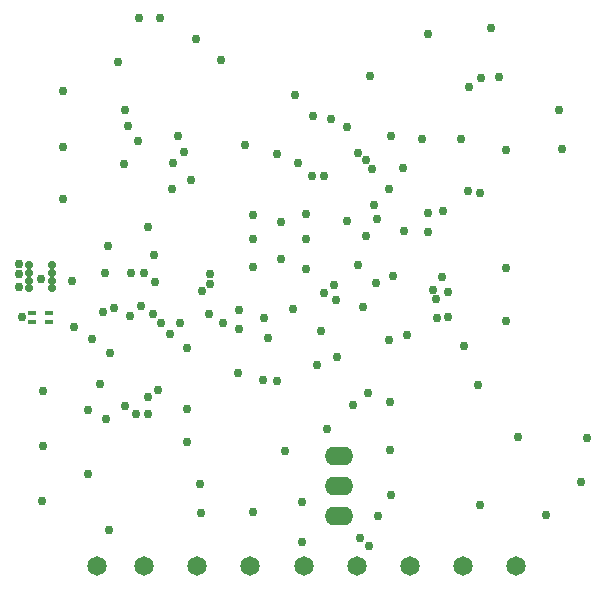
<source format=gbs>
G04*
G04 #@! TF.GenerationSoftware,Altium Limited,Altium Designer,22.10.1 (41)*
G04*
G04 Layer_Color=16711935*
%FSLAX44Y44*%
%MOMM*%
G71*
G04*
G04 #@! TF.SameCoordinates,B11F2CDB-B4DC-4695-A2B3-7529A6E467DA*
G04*
G04*
G04 #@! TF.FilePolarity,Negative*
G04*
G01*
G75*
%ADD68C,1.6500*%
%ADD70C,0.7500*%
%ADD77R,0.6500X0.4500*%
G04:AMPARAMS|DCode=78|XSize=0.64mm|YSize=0.6mm|CornerRadius=0.1313mm|HoleSize=0mm|Usage=FLASHONLY|Rotation=180.000|XOffset=0mm|YOffset=0mm|HoleType=Round|Shape=RoundedRectangle|*
%AMROUNDEDRECTD78*
21,1,0.6400,0.3375,0,0,180.0*
21,1,0.3775,0.6000,0,0,180.0*
1,1,0.2625,-0.1888,0.1688*
1,1,0.2625,0.1888,0.1688*
1,1,0.2625,0.1888,-0.1688*
1,1,0.2625,-0.1888,-0.1688*
%
%ADD78ROUNDEDRECTD78*%
%ADD79O,2.4000X1.6000*%
D68*
X429995Y14997D02*
D03*
X384995D02*
D03*
X339995D02*
D03*
X204995D02*
D03*
X159996D02*
D03*
X114996D02*
D03*
X74996D02*
D03*
X294995D02*
D03*
X249995D02*
D03*
D70*
X108000Y143750D02*
D03*
X355250Y297750D02*
D03*
X335250Y298750D02*
D03*
X99000Y151000D02*
D03*
X151250Y119750D02*
D03*
X82250Y263250D02*
D03*
X265000Y213750D02*
D03*
X278500Y191750D02*
D03*
X372000Y225750D02*
D03*
X137000Y211500D02*
D03*
X67250Y93250D02*
D03*
X143500Y379250D02*
D03*
X415500Y429500D02*
D03*
X468500Y368500D02*
D03*
X421500Y367750D02*
D03*
X455500Y58500D02*
D03*
X399250Y66750D02*
D03*
X490000Y123500D02*
D03*
X432000Y124000D02*
D03*
X234250Y112250D02*
D03*
X29000Y70500D02*
D03*
X29500Y116500D02*
D03*
Y163250D02*
D03*
X46500Y326250D02*
D03*
X46750Y370250D02*
D03*
Y417000D02*
D03*
X180000Y443500D02*
D03*
X118000Y158000D02*
D03*
X126750Y164250D02*
D03*
X207250Y60750D02*
D03*
X408500Y471000D02*
D03*
X421750Y267250D02*
D03*
Y222500D02*
D03*
X115250Y263250D02*
D03*
X300250Y234250D02*
D03*
X92960Y442210D02*
D03*
X82500Y139500D02*
D03*
X84750Y285750D02*
D03*
X148500Y365500D02*
D03*
X337750Y210500D02*
D03*
X372000Y247500D02*
D03*
X362250Y241250D02*
D03*
X303250Y294500D02*
D03*
X334000Y352500D02*
D03*
X322250Y334500D02*
D03*
X312000Y309000D02*
D03*
X267500Y246250D02*
D03*
X311250Y255000D02*
D03*
X322750Y206500D02*
D03*
X313250Y57250D02*
D03*
X270250Y131000D02*
D03*
X397750Y168750D02*
D03*
X297750Y38750D02*
D03*
X305250Y31750D02*
D03*
X362750Y225500D02*
D03*
X276000Y253000D02*
D03*
X112250Y235500D02*
D03*
X80000Y230000D02*
D03*
X9000Y262000D02*
D03*
X28000Y258000D02*
D03*
X9000Y251000D02*
D03*
X12000Y226000D02*
D03*
X9000Y271000D02*
D03*
X195250Y231500D02*
D03*
X360000Y249000D02*
D03*
X227250Y171750D02*
D03*
X86000Y195500D02*
D03*
X118250Y143750D02*
D03*
X129000Y221000D02*
D03*
X485000Y86000D02*
D03*
X111000Y479000D02*
D03*
X243000Y414000D02*
D03*
X355000Y466000D02*
D03*
X383000Y377000D02*
D03*
X324000Y379000D02*
D03*
X350000Y377000D02*
D03*
X466000Y401000D02*
D03*
X323000Y154000D02*
D03*
X323250Y113500D02*
D03*
X324000Y75000D02*
D03*
X162000Y84500D02*
D03*
X163000Y60000D02*
D03*
X71000Y207000D02*
D03*
X123500Y278250D02*
D03*
X118000Y302000D02*
D03*
X200500Y371500D02*
D03*
X139000Y334000D02*
D03*
X155000Y342000D02*
D03*
X309500Y320500D02*
D03*
X303000Y359000D02*
D03*
X267500Y345500D02*
D03*
X273000Y393500D02*
D03*
X101000Y388000D02*
D03*
X171000Y254000D02*
D03*
X258000Y396000D02*
D03*
X368000Y316000D02*
D03*
X355000Y314000D02*
D03*
X367000Y260000D02*
D03*
X326000Y261000D02*
D03*
X296000Y270000D02*
D03*
X220000Y208000D02*
D03*
X231000Y275000D02*
D03*
Y306000D02*
D03*
X252000Y292000D02*
D03*
X207000D02*
D03*
X252000Y267000D02*
D03*
X207000Y268000D02*
D03*
X252000Y313000D02*
D03*
X207000Y312000D02*
D03*
X241000Y233000D02*
D03*
X181750Y221250D02*
D03*
X78000Y169000D02*
D03*
X67750Y147250D02*
D03*
X151250Y148500D02*
D03*
X261500Y185750D02*
D03*
X169750Y228750D02*
D03*
X145250Y220750D02*
D03*
X104000Y263000D02*
D03*
X89500Y233250D02*
D03*
X56000Y217500D02*
D03*
X400000Y428000D02*
D03*
X399750Y331250D02*
D03*
X122500Y228250D02*
D03*
X194750Y178750D02*
D03*
X216000Y172250D02*
D03*
X304500Y161500D02*
D03*
X291750Y151250D02*
D03*
X216750Y225250D02*
D03*
X151000Y199500D02*
D03*
X249000Y35500D02*
D03*
X124000Y255250D02*
D03*
X103250Y226500D02*
D03*
X139250Y356500D02*
D03*
X227250Y363750D02*
D03*
X98000Y355750D02*
D03*
X245750Y356000D02*
D03*
X277500Y240750D02*
D03*
X85250Y45750D02*
D03*
X249000Y69750D02*
D03*
X307750Y351250D02*
D03*
X296000Y364750D02*
D03*
X159250Y461500D02*
D03*
X306250Y429750D02*
D03*
X386250Y201500D02*
D03*
X389000Y332500D02*
D03*
X390000Y420750D02*
D03*
X110000Y375000D02*
D03*
X98500Y401250D02*
D03*
X195000Y216000D02*
D03*
X54250Y256750D02*
D03*
X128750Y478750D02*
D03*
X164370Y247630D02*
D03*
X171250Y262250D02*
D03*
X257500Y345750D02*
D03*
X286500Y387000D02*
D03*
X286750Y307000D02*
D03*
D77*
X34500Y229750D02*
D03*
Y221750D02*
D03*
X20500D02*
D03*
Y229750D02*
D03*
D78*
X17800Y256750D02*
D03*
Y263250D02*
D03*
Y269750D02*
D03*
Y250250D02*
D03*
X37200Y256750D02*
D03*
Y263250D02*
D03*
Y269750D02*
D03*
Y250250D02*
D03*
D79*
X280000Y57100D02*
D03*
Y82500D02*
D03*
Y107900D02*
D03*
M02*

</source>
